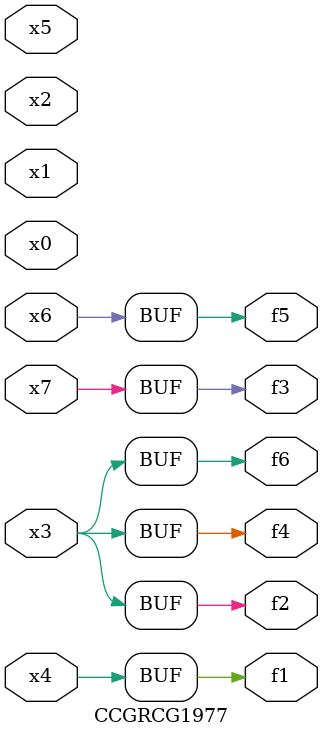
<source format=v>
module CCGRCG1977(
	input x0, x1, x2, x3, x4, x5, x6, x7,
	output f1, f2, f3, f4, f5, f6
);
	assign f1 = x4;
	assign f2 = x3;
	assign f3 = x7;
	assign f4 = x3;
	assign f5 = x6;
	assign f6 = x3;
endmodule

</source>
